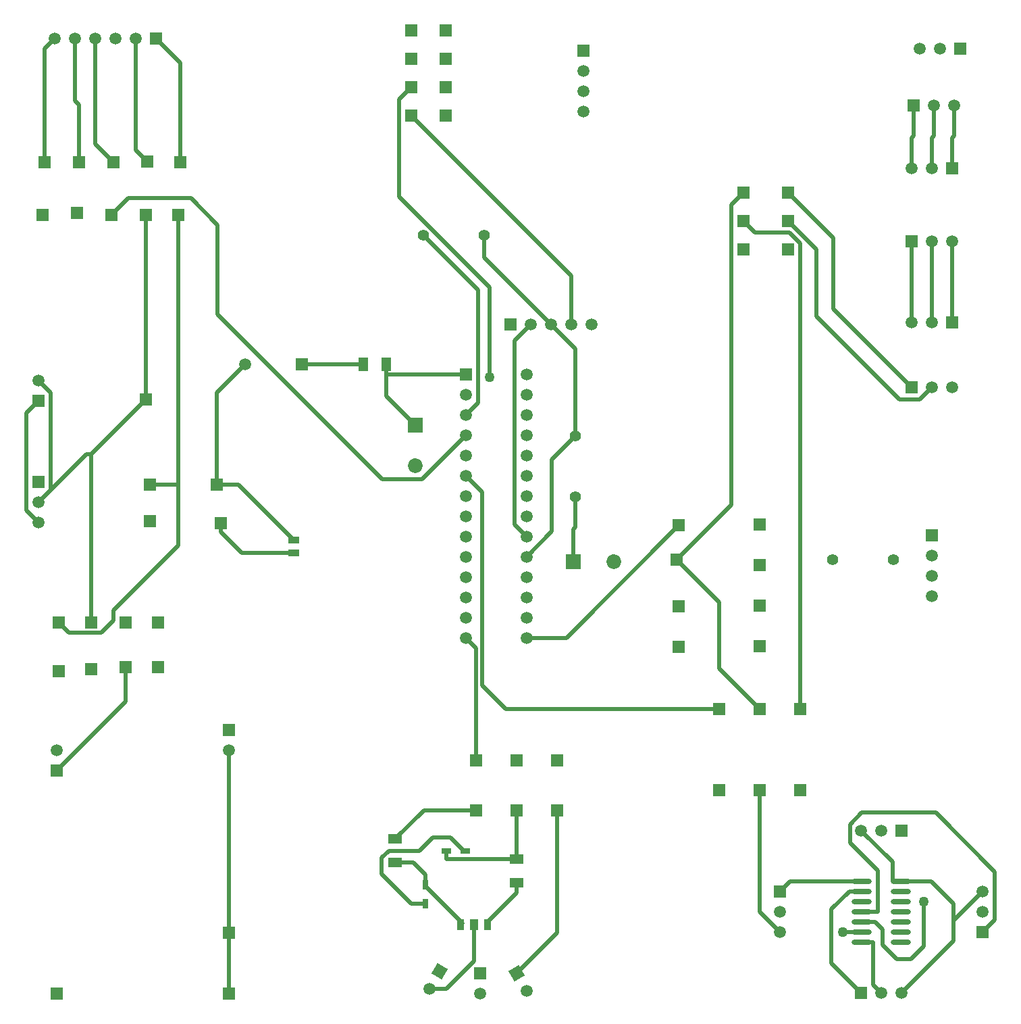
<source format=gbr>
G04 Layer_Physical_Order=1*
G04 Layer_Color=255*
%FSLAX26Y26*%
%MOIN*%
%TF.FileFunction,Copper,L1,Top,Signal*%
%TF.Part,Single*%
G01*
G75*
%TA.AperFunction,SMDPad,CuDef*%
%ADD10R,0.037402X0.053150*%
%ADD11O,0.098425X0.027559*%
%ADD12R,0.053150X0.037402*%
%ADD13R,0.070866X0.045276*%
%ADD14R,0.045000X0.030000*%
%ADD15R,0.030000X0.045000*%
%ADD16R,0.045276X0.070866*%
%TA.AperFunction,Conductor*%
%ADD17C,0.020000*%
%TA.AperFunction,NonConductor*%
%ADD18C,0.020000*%
%TA.AperFunction,ComponentPad*%
%ADD19C,0.059055*%
%ADD20R,0.059055X0.059055*%
%ADD21R,0.059055X0.059055*%
%ADD22C,0.072835*%
%ADD23R,0.072835X0.072835*%
%ADD24P,0.083516X4X285.0*%
%ADD25P,0.083516X4X345.0*%
%ADD26C,0.055118*%
%ADD27R,0.072835X0.072835*%
%TA.AperFunction,ViaPad*%
%ADD28C,0.050000*%
D10*
X2376496Y420000D02*
D03*
X2313504Y420000D02*
D03*
X2306496Y420000D02*
D03*
X2243504Y420000D02*
D03*
D11*
X4223544Y635000D02*
D03*
Y585000D02*
D03*
Y535000D02*
D03*
Y485000D02*
D03*
Y435000D02*
D03*
Y385000D02*
D03*
Y335000D02*
D03*
X4416456Y635000D02*
D03*
Y585000D02*
D03*
Y535000D02*
D03*
Y485000D02*
D03*
Y435000D02*
D03*
Y385000D02*
D03*
Y335000D02*
D03*
D12*
X1420000Y2253504D02*
D03*
Y2316496D02*
D03*
D13*
X1920000Y727914D02*
D03*
Y842086D02*
D03*
X2520000Y742086D02*
D03*
Y627914D02*
D03*
D14*
X2173740Y785000D02*
D03*
X2266260D02*
D03*
D15*
X2070000Y523740D02*
D03*
Y616260D02*
D03*
D16*
X1877086Y3185000D02*
D03*
X1762914D02*
D03*
D17*
X2250944Y427008D02*
X2251992D01*
X2070000Y609000D02*
X2251992Y427008D01*
X850000Y2290000D02*
Y3920000D01*
X710000Y2590000D02*
X840000D01*
X395000Y2740000D02*
X420000D01*
X220000Y2565000D02*
X395000Y2740000D01*
X1877086Y3135000D02*
Y3185000D01*
Y3027914D02*
Y3135000D01*
X2001000Y523000D02*
X2070000D01*
X4676000Y441000D02*
Y524000D01*
X4375268Y635000D02*
Y729732D01*
X4280000Y125000D02*
Y335000D01*
X4510000Y3010000D02*
X4570000Y3070000D01*
X4410000Y3010000D02*
X4510000D01*
X4001000Y3419000D02*
X4410000Y3010000D01*
X4001000Y3419000D02*
Y3749000D01*
X3860000Y3890000D02*
X4001000Y3749000D01*
X1940000Y4490000D02*
X2000000Y4550000D01*
X1940000Y4010000D02*
Y4490000D01*
Y4010000D02*
X2385000Y3565000D01*
Y3120000D02*
Y3565000D01*
X2270000Y2635000D02*
X2350000Y2555000D01*
Y1600000D02*
Y2555000D01*
Y1600000D02*
X2465000Y1485000D01*
X3520000D01*
X260000Y1910000D02*
X310000Y1860000D01*
X470000D01*
X530000Y1920000D01*
Y1970000D01*
X850000Y2290000D01*
X2070000Y523000D02*
Y523740D01*
X1854000Y670000D02*
X2001000Y523000D01*
X1854000Y670000D02*
Y749000D01*
X1890000Y785000D01*
X2040000D01*
X2106000Y851000D01*
X2193000D01*
X2259000Y785000D01*
X2266260D01*
X2090000Y103398D02*
X2173398D01*
X2310000Y240000D01*
Y423070D01*
X2173740Y745000D02*
Y785000D01*
Y745000D02*
X2520000Y742086D01*
X4223544Y485000D02*
X4303000D01*
Y687000D01*
X4165000Y825000D02*
X4303000Y687000D01*
X4165000Y825000D02*
Y915000D01*
X4222000Y972000D01*
X4589000D01*
X4880000Y681000D01*
Y445000D02*
Y681000D01*
X4820000Y385000D02*
X4880000Y445000D01*
X3920000Y1485000D02*
Y3780000D01*
X3865000Y3835000D02*
X3920000Y3780000D01*
X3695000Y3835000D02*
X3865000D01*
X3640000Y3890000D02*
X3695000Y3835000D01*
X160000Y3105000D02*
X220000Y3045000D01*
Y2565000D02*
Y3045000D01*
X160000Y2505000D02*
X220000Y2565000D01*
X2510000Y2395000D02*
X2570000Y2335000D01*
X2510000Y2395000D02*
Y3300000D01*
X2590000Y3380000D01*
X4670000Y3390000D02*
Y3790000D01*
X1100000Y80000D02*
Y380000D01*
Y1280000D01*
X4570000Y3390000D02*
Y3790000D01*
X4670000Y4150000D02*
Y4300000D01*
X4680000Y4310000D01*
Y4460000D01*
X4570000Y4150000D02*
Y4300000D01*
X4580000Y4310000D01*
Y4460000D01*
X4470000Y4150000D02*
Y4300000D01*
X4480000Y4310000D01*
Y4460000D01*
X2800000Y2210000D02*
Y2370000D01*
X2810000Y2380000D01*
Y2530000D01*
Y2830000D02*
Y3260000D01*
X2690000Y3380000D02*
X2810000Y3260000D01*
X2694000Y2714000D02*
X2810000Y2830000D01*
X2694000Y2359000D02*
Y2714000D01*
X2570000Y2235000D02*
X2694000Y2359000D01*
X2360000Y3710000D02*
X2690000Y3380000D01*
X2360000Y3710000D02*
Y3820000D01*
X2270000Y1835000D02*
X2320000Y1785000D01*
Y1230000D02*
Y1785000D01*
X3860000Y4030000D02*
X4082000Y3808000D01*
Y3458000D02*
Y3808000D01*
Y3458000D02*
X4470000Y3070000D01*
X1877086Y3027914D02*
X2020000Y2885000D01*
X1877086Y3135000D02*
X2270000D01*
X1459764Y3185000D02*
X1762914D01*
X2790000Y3380000D02*
Y3620000D01*
X2000000Y4410000D02*
X2790000Y3620000D01*
X2570000Y1835000D02*
X2765000D01*
X3320000Y2390000D01*
X2060000Y3820000D02*
X2330000Y3550000D01*
Y2995000D02*
Y3550000D01*
X2270000Y2935000D02*
X2330000Y2995000D01*
X520000Y3920000D02*
X602000Y4002000D01*
X912000D01*
X1044000Y3870000D01*
Y3431000D02*
Y3870000D01*
Y3431000D02*
X1857000Y2618000D01*
X2053000D01*
X2270000Y2835000D01*
X3580000Y3970000D02*
X3640000Y4030000D01*
X3580000Y2490000D02*
Y3970000D01*
X3310000Y2220000D02*
X3580000Y2490000D01*
X3310000Y2220000D02*
X3520000Y2010000D01*
Y1685000D02*
Y2010000D01*
Y1685000D02*
X3720000Y1485000D01*
X2070000Y616260D02*
Y668000D01*
X2010086Y727914D02*
X2070000Y668000D01*
X1920000Y727914D02*
X2010086D01*
X2070000Y609000D02*
Y616260D01*
X2520000Y180000D02*
X2720000Y380000D01*
Y985000D01*
X1920000Y842086D02*
X2062914Y985000D01*
X2320000D01*
X2520000Y742086D02*
Y985000D01*
X4130000Y385000D02*
X4223544D01*
X3820000Y585000D02*
X3870000Y635000D01*
X4223544D01*
X4074328Y230672D02*
X4220000Y85000D01*
X4074328Y230672D02*
Y497328D01*
X4162000Y585000D01*
X4223544D01*
X3720000Y485000D02*
X3820000Y385000D01*
X3720000Y485000D02*
Y1085000D01*
X4220000Y885000D02*
X4375268Y729732D01*
Y635000D02*
X4416456D01*
X4565000D01*
X4676000Y524000D01*
X4420000Y85000D02*
X4676000Y341000D01*
Y441000D02*
X4820000Y585000D01*
X4676000Y341000D02*
Y441000D01*
X4223544Y335000D02*
X4280000D01*
Y125000D02*
X4320000Y85000D01*
X4223544Y435000D02*
X4290000D01*
X4328000Y397000D01*
Y320000D02*
Y397000D01*
Y320000D02*
X4397000Y251000D01*
X4465000D01*
X4529000Y315000D01*
Y532000D01*
X420000Y1910000D02*
Y2740000D01*
X690000Y3010000D01*
Y3920000D01*
X1040000Y2590000D02*
Y3044764D01*
X1180236Y3185000D01*
X1040000Y2590000D02*
X1146496D01*
X1420000Y2316496D01*
X100000Y2465000D02*
X160000Y2405000D01*
X100000Y2465000D02*
Y2945000D01*
X160000Y3005000D01*
X250000Y1180000D02*
X590000Y1520000D01*
Y1690000D01*
X190000Y4180000D02*
Y4740000D01*
X240000Y4790000D01*
X360000Y4180000D02*
Y4465000D01*
X340000Y4485000D02*
X360000Y4465000D01*
X340000Y4485000D02*
Y4790000D01*
X440000Y4270000D02*
Y4790000D01*
Y4270000D02*
X530000Y4180000D01*
X640000Y4240000D02*
Y4790000D01*
Y4240000D02*
X695000Y4185000D01*
X740000Y4790000D02*
X860000Y4670000D01*
Y4180000D02*
Y4670000D01*
X2369056Y427008D02*
X2520000Y577952D01*
Y627914D01*
D18*
X1060000Y2355472D02*
Y2410000D01*
Y2355472D02*
X1095472Y2320000D01*
X1161968Y2253504D01*
X1420000D01*
X4470000Y3370000D02*
Y3790000D01*
D19*
X3820000Y385000D02*
D03*
Y485000D02*
D03*
X4420000Y85000D02*
D03*
X4320000D02*
D03*
X4820000Y585000D02*
D03*
Y485000D02*
D03*
X4220000Y885000D02*
D03*
X4320000D02*
D03*
X1180236Y3185000D02*
D03*
X2590000Y3380000D02*
D03*
X2690000D02*
D03*
X2790000D02*
D03*
X2890000D02*
D03*
X160000Y3105000D02*
D03*
X240000Y4790000D02*
D03*
X340000D02*
D03*
X440000D02*
D03*
X540000D02*
D03*
X640000D02*
D03*
X160000Y2405000D02*
D03*
Y2505000D02*
D03*
X4570000Y2240000D02*
D03*
Y2140000D02*
D03*
Y2040000D02*
D03*
X2090000Y103398D02*
D03*
X2340000Y80000D02*
D03*
X2570000Y93398D02*
D03*
Y1835000D02*
D03*
Y1935000D02*
D03*
Y2035000D02*
D03*
Y2135000D02*
D03*
Y2235000D02*
D03*
Y2335000D02*
D03*
Y2435000D02*
D03*
Y2535000D02*
D03*
Y2635000D02*
D03*
Y2735000D02*
D03*
Y2835000D02*
D03*
Y2935000D02*
D03*
Y3035000D02*
D03*
Y3135000D02*
D03*
X2270000Y1835000D02*
D03*
Y1935000D02*
D03*
Y2035000D02*
D03*
Y2135000D02*
D03*
Y2235000D02*
D03*
Y2335000D02*
D03*
Y2435000D02*
D03*
Y2535000D02*
D03*
Y2635000D02*
D03*
Y2735000D02*
D03*
Y2835000D02*
D03*
Y2935000D02*
D03*
Y3035000D02*
D03*
X2850000Y4630000D02*
D03*
Y4530000D02*
D03*
Y4430000D02*
D03*
X4670000Y3070000D02*
D03*
X4570000D02*
D03*
X4470000Y3390000D02*
D03*
X4570000D02*
D03*
X4670000Y3790000D02*
D03*
X4570000D02*
D03*
X4470000Y4150000D02*
D03*
X4570000D02*
D03*
X4680000Y4460000D02*
D03*
X4580000D02*
D03*
X4510000Y4740000D02*
D03*
X4610000D02*
D03*
X250000Y1280000D02*
D03*
X1100000D02*
D03*
D20*
X3820000Y585000D02*
D03*
X4820000Y385000D02*
D03*
X3320000Y1990000D02*
D03*
Y1790000D02*
D03*
Y2390000D02*
D03*
X3310000Y2220000D02*
D03*
X160000Y3005000D02*
D03*
X3640000Y3890000D02*
D03*
X2520000Y985000D02*
D03*
X2720000D02*
D03*
X2320000D02*
D03*
X3520000Y1085000D02*
D03*
X2520000Y1230000D02*
D03*
X3720000Y1485000D02*
D03*
X710000Y2410000D02*
D03*
X3920000Y1485000D02*
D03*
X160000Y2605000D02*
D03*
X710000Y2590000D02*
D03*
X1060000Y2400000D02*
D03*
X1040000Y2590000D02*
D03*
X3520000Y1485000D02*
D03*
X2720000Y1230000D02*
D03*
X4570000Y2340000D02*
D03*
X2340000Y180000D02*
D03*
X860000Y4180000D02*
D03*
X695000Y4185000D02*
D03*
X530000Y4180000D02*
D03*
X590000Y1910000D02*
D03*
X750000D02*
D03*
X590000Y1690000D02*
D03*
X750000D02*
D03*
X350000Y3930000D02*
D03*
X690000Y3920000D02*
D03*
X850000D02*
D03*
X520000D02*
D03*
X180000D02*
D03*
X2000000Y4550000D02*
D03*
Y4410000D02*
D03*
Y4690000D02*
D03*
X260000Y1910000D02*
D03*
X420000D02*
D03*
Y1680000D02*
D03*
X260000Y1670000D02*
D03*
X2000000Y4830000D02*
D03*
X2170000Y4690000D02*
D03*
Y4410000D02*
D03*
Y4830000D02*
D03*
Y4550000D02*
D03*
X2850000Y4730000D02*
D03*
X3640000Y3750000D02*
D03*
X3860000Y3890000D02*
D03*
X3640000Y4030000D02*
D03*
X3860000D02*
D03*
Y3750000D02*
D03*
X2320000Y1230000D02*
D03*
X250000Y1180000D02*
D03*
X690000Y3010000D02*
D03*
X1100000Y1380000D02*
D03*
X250000Y80000D02*
D03*
X1100000Y380000D02*
D03*
Y80000D02*
D03*
D21*
X4220000Y85000D02*
D03*
X4420000Y885000D02*
D03*
X1459764Y3185000D02*
D03*
X2490000Y3380000D02*
D03*
X740000Y4790000D02*
D03*
X3720000Y1085000D02*
D03*
X3920000D02*
D03*
X3720000Y2195000D02*
D03*
Y1995000D02*
D03*
Y1795000D02*
D03*
Y2395000D02*
D03*
X360000Y4180000D02*
D03*
X190000D02*
D03*
X2270000Y3135000D02*
D03*
X4470000Y3070000D02*
D03*
X4670000Y3390000D02*
D03*
X4470000Y3790000D02*
D03*
X4670000Y4150000D02*
D03*
X4480000Y4460000D02*
D03*
X4710000Y4740000D02*
D03*
D22*
X2020000Y2685000D02*
D03*
X3000000Y2210000D02*
D03*
D23*
X2020000Y2885000D02*
D03*
D24*
X2140000Y190000D02*
D03*
D25*
X2520000Y180000D02*
D03*
D26*
X2810000Y2530000D02*
D03*
Y2830000D02*
D03*
X4380000Y2220000D02*
D03*
X4080000D02*
D03*
X2360000Y3820000D02*
D03*
X2060000D02*
D03*
D27*
X2800000Y2210000D02*
D03*
D28*
X2385000Y3120000D02*
D03*
X4130000Y385000D02*
D03*
X4529000Y532000D02*
D03*
%TF.MD5,DB760176921656F6A21E5ABE6EA95176*%
M02*

</source>
